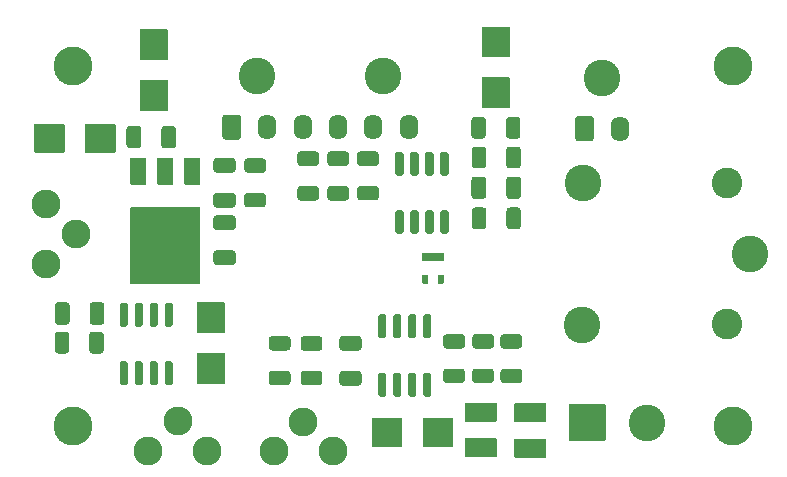
<source format=gbr>
G04 #@! TF.GenerationSoftware,KiCad,Pcbnew,(5.1.8)-1*
G04 #@! TF.CreationDate,2021-04-25T20:11:45+02:00*
G04 #@! TF.ProjectId,FSG_Reference,4653475f-5265-4666-9572-656e63652e6b,rev?*
G04 #@! TF.SameCoordinates,Original*
G04 #@! TF.FileFunction,Soldermask,Top*
G04 #@! TF.FilePolarity,Negative*
%FSLAX46Y46*%
G04 Gerber Fmt 4.6, Leading zero omitted, Abs format (unit mm)*
G04 Created by KiCad (PCBNEW (5.1.8)-1) date 2021-04-25 20:11:45*
%MOMM*%
%LPD*%
G01*
G04 APERTURE LIST*
%ADD10O,1.602000X2.122000*%
%ADD11C,3.102000*%
%ADD12C,2.442000*%
%ADD13C,3.302000*%
%ADD14C,2.602000*%
%ADD15C,0.100000*%
G04 APERTURE END LIST*
G36*
G01*
X98265400Y-161229000D02*
X98665400Y-161229000D01*
G75*
G02*
X98716400Y-161280000I0J-51000D01*
G01*
X98716400Y-161930000D01*
G75*
G02*
X98665400Y-161981000I-51000J0D01*
G01*
X98265400Y-161981000D01*
G75*
G02*
X98214400Y-161930000I0J51000D01*
G01*
X98214400Y-161280000D01*
G75*
G02*
X98265400Y-161229000I51000J0D01*
G01*
G37*
G36*
G01*
X96965400Y-161229000D02*
X97365400Y-161229000D01*
G75*
G02*
X97416400Y-161280000I0J-51000D01*
G01*
X97416400Y-161930000D01*
G75*
G02*
X97365400Y-161981000I-51000J0D01*
G01*
X96965400Y-161981000D01*
G75*
G02*
X96914400Y-161930000I0J51000D01*
G01*
X96914400Y-161280000D01*
G75*
G02*
X96965400Y-161229000I51000J0D01*
G01*
G37*
G36*
G01*
X97615400Y-159329000D02*
X98015400Y-159329000D01*
G75*
G02*
X98066400Y-159380000I0J-51000D01*
G01*
X98066400Y-160030000D01*
G75*
G02*
X98015400Y-160081000I-51000J0D01*
G01*
X97615400Y-160081000D01*
G75*
G02*
X97564400Y-160030000I0J51000D01*
G01*
X97564400Y-159380000D01*
G75*
G02*
X97615400Y-159329000I51000J0D01*
G01*
G37*
G36*
G01*
X96965400Y-159329000D02*
X97365400Y-159329000D01*
G75*
G02*
X97416400Y-159380000I0J-51000D01*
G01*
X97416400Y-160030000D01*
G75*
G02*
X97365400Y-160081000I-51000J0D01*
G01*
X96965400Y-160081000D01*
G75*
G02*
X96914400Y-160030000I0J51000D01*
G01*
X96914400Y-159380000D01*
G75*
G02*
X96965400Y-159329000I51000J0D01*
G01*
G37*
G36*
G01*
X98265400Y-159329000D02*
X98665400Y-159329000D01*
G75*
G02*
X98716400Y-159380000I0J-51000D01*
G01*
X98716400Y-160030000D01*
G75*
G02*
X98665400Y-160081000I-51000J0D01*
G01*
X98265400Y-160081000D01*
G75*
G02*
X98214400Y-160030000I0J51000D01*
G01*
X98214400Y-159380000D01*
G75*
G02*
X98265400Y-159329000I51000J0D01*
G01*
G37*
G36*
G01*
X104745000Y-175094000D02*
X107345000Y-175094000D01*
G75*
G02*
X107396000Y-175145000I0J-51000D01*
G01*
X107396000Y-176645000D01*
G75*
G02*
X107345000Y-176696000I-51000J0D01*
G01*
X104745000Y-176696000D01*
G75*
G02*
X104694000Y-176645000I0J51000D01*
G01*
X104694000Y-175145000D01*
G75*
G02*
X104745000Y-175094000I51000J0D01*
G01*
G37*
G36*
G01*
X104745000Y-172094000D02*
X107345000Y-172094000D01*
G75*
G02*
X107396000Y-172145000I0J-51000D01*
G01*
X107396000Y-173645000D01*
G75*
G02*
X107345000Y-173696000I-51000J0D01*
G01*
X104745000Y-173696000D01*
G75*
G02*
X104694000Y-173645000I0J51000D01*
G01*
X104694000Y-172145000D01*
G75*
G02*
X104745000Y-172094000I51000J0D01*
G01*
G37*
G36*
G01*
X100554000Y-175046000D02*
X103154000Y-175046000D01*
G75*
G02*
X103205000Y-175097000I0J-51000D01*
G01*
X103205000Y-176597000D01*
G75*
G02*
X103154000Y-176648000I-51000J0D01*
G01*
X100554000Y-176648000D01*
G75*
G02*
X100503000Y-176597000I0J51000D01*
G01*
X100503000Y-175097000D01*
G75*
G02*
X100554000Y-175046000I51000J0D01*
G01*
G37*
G36*
G01*
X100554000Y-172046000D02*
X103154000Y-172046000D01*
G75*
G02*
X103205000Y-172097000I0J-51000D01*
G01*
X103205000Y-173597000D01*
G75*
G02*
X103154000Y-173648000I-51000J0D01*
G01*
X100554000Y-173648000D01*
G75*
G02*
X100503000Y-173597000I0J51000D01*
G01*
X100503000Y-172097000D01*
G75*
G02*
X100554000Y-172046000I51000J0D01*
G01*
G37*
G36*
G01*
X72232199Y-155500400D02*
X78032201Y-155500400D01*
G75*
G02*
X78083200Y-155551399I0J-50999D01*
G01*
X78083200Y-161951401D01*
G75*
G02*
X78032201Y-162002400I-50999J0D01*
G01*
X72232199Y-162002400D01*
G75*
G02*
X72181200Y-161951401I0J50999D01*
G01*
X72181200Y-155551399D01*
G75*
G02*
X72232199Y-155500400I50999J0D01*
G01*
G37*
G36*
G01*
X72252199Y-151300400D02*
X73452201Y-151300400D01*
G75*
G02*
X73503200Y-151351399I0J-50999D01*
G01*
X73503200Y-153551401D01*
G75*
G02*
X73452201Y-153602400I-50999J0D01*
G01*
X72252199Y-153602400D01*
G75*
G02*
X72201200Y-153551401I0J50999D01*
G01*
X72201200Y-151351399D01*
G75*
G02*
X72252199Y-151300400I50999J0D01*
G01*
G37*
G36*
G01*
X74532199Y-151300400D02*
X75732201Y-151300400D01*
G75*
G02*
X75783200Y-151351399I0J-50999D01*
G01*
X75783200Y-153551401D01*
G75*
G02*
X75732201Y-153602400I-50999J0D01*
G01*
X74532199Y-153602400D01*
G75*
G02*
X74481200Y-153551401I0J50999D01*
G01*
X74481200Y-151351399D01*
G75*
G02*
X74532199Y-151300400I50999J0D01*
G01*
G37*
G36*
G01*
X76812199Y-151300400D02*
X78012201Y-151300400D01*
G75*
G02*
X78063200Y-151351399I0J-50999D01*
G01*
X78063200Y-153551401D01*
G75*
G02*
X78012201Y-153602400I-50999J0D01*
G01*
X76812199Y-153602400D01*
G75*
G02*
X76761200Y-153551401I0J50999D01*
G01*
X76761200Y-151351399D01*
G75*
G02*
X76812199Y-151300400I50999J0D01*
G01*
G37*
G36*
G01*
X91650265Y-153691500D02*
X92956935Y-153691500D01*
G75*
G02*
X93229600Y-153964165I0J-272665D01*
G01*
X93229600Y-154645835D01*
G75*
G02*
X92956935Y-154918500I-272665J0D01*
G01*
X91650265Y-154918500D01*
G75*
G02*
X91377600Y-154645835I0J272665D01*
G01*
X91377600Y-153964165D01*
G75*
G02*
X91650265Y-153691500I272665J0D01*
G01*
G37*
G36*
G01*
X91650265Y-150766500D02*
X92956935Y-150766500D01*
G75*
G02*
X93229600Y-151039165I0J-272665D01*
G01*
X93229600Y-151720835D01*
G75*
G02*
X92956935Y-151993500I-272665J0D01*
G01*
X91650265Y-151993500D01*
G75*
G02*
X91377600Y-151720835I0J272665D01*
G01*
X91377600Y-151039165D01*
G75*
G02*
X91650265Y-150766500I272665J0D01*
G01*
G37*
D10*
X113641000Y-148846000D03*
G36*
G01*
X109840000Y-149640000D02*
X109840000Y-148052000D01*
G75*
G02*
X110107000Y-147785000I267000J0D01*
G01*
X111175000Y-147785000D01*
G75*
G02*
X111442000Y-148052000I0J-267000D01*
G01*
X111442000Y-149640000D01*
G75*
G02*
X111175000Y-149907000I-267000J0D01*
G01*
X110107000Y-149907000D01*
G75*
G02*
X109840000Y-149640000I0J267000D01*
G01*
G37*
D11*
X112141000Y-144526000D03*
D10*
X95772000Y-148717000D03*
X92772000Y-148717000D03*
X89772000Y-148717000D03*
X86772000Y-148717000D03*
X83772000Y-148717000D03*
G36*
G01*
X79971000Y-149511000D02*
X79971000Y-147923000D01*
G75*
G02*
X80238000Y-147656000I267000J0D01*
G01*
X81306000Y-147656000D01*
G75*
G02*
X81573000Y-147923000I0J-267000D01*
G01*
X81573000Y-149511000D01*
G75*
G02*
X81306000Y-149778000I-267000J0D01*
G01*
X80238000Y-149778000D01*
G75*
G02*
X79971000Y-149511000I0J267000D01*
G01*
G37*
D11*
X93622000Y-144397000D03*
X82922000Y-144397000D03*
G36*
G01*
X80841228Y-152568800D02*
X79483572Y-152568800D01*
G75*
G02*
X79211400Y-152296628I0J272172D01*
G01*
X79211400Y-151588972D01*
G75*
G02*
X79483572Y-151316800I272172J0D01*
G01*
X80841228Y-151316800D01*
G75*
G02*
X81113400Y-151588972I0J-272172D01*
G01*
X81113400Y-152296628D01*
G75*
G02*
X80841228Y-152568800I-272172J0D01*
G01*
G37*
G36*
G01*
X80841228Y-155518800D02*
X79483572Y-155518800D01*
G75*
G02*
X79211400Y-155246628I0J272172D01*
G01*
X79211400Y-154538972D01*
G75*
G02*
X79483572Y-154266800I272172J0D01*
G01*
X80841228Y-154266800D01*
G75*
G02*
X81113400Y-154538972I0J-272172D01*
G01*
X81113400Y-155246628D01*
G75*
G02*
X80841228Y-155518800I-272172J0D01*
G01*
G37*
G36*
G01*
X79483572Y-159140000D02*
X80841228Y-159140000D01*
G75*
G02*
X81113400Y-159412172I0J-272172D01*
G01*
X81113400Y-160119828D01*
G75*
G02*
X80841228Y-160392000I-272172J0D01*
G01*
X79483572Y-160392000D01*
G75*
G02*
X79211400Y-160119828I0J272172D01*
G01*
X79211400Y-159412172D01*
G75*
G02*
X79483572Y-159140000I272172J0D01*
G01*
G37*
G36*
G01*
X79483572Y-156190000D02*
X80841228Y-156190000D01*
G75*
G02*
X81113400Y-156462172I0J-272172D01*
G01*
X81113400Y-157169828D01*
G75*
G02*
X80841228Y-157442000I-272172J0D01*
G01*
X79483572Y-157442000D01*
G75*
G02*
X79211400Y-157169828I0J272172D01*
G01*
X79211400Y-156462172D01*
G75*
G02*
X79483572Y-156190000I272172J0D01*
G01*
G37*
X115951000Y-173736000D03*
G36*
G01*
X109320000Y-175236000D02*
X109320000Y-172236000D01*
G75*
G02*
X109371000Y-172185000I51000J0D01*
G01*
X112371000Y-172185000D01*
G75*
G02*
X112422000Y-172236000I0J-51000D01*
G01*
X112422000Y-175236000D01*
G75*
G02*
X112371000Y-175287000I-51000J0D01*
G01*
X109371000Y-175287000D01*
G75*
G02*
X109320000Y-175236000I0J51000D01*
G01*
G37*
G36*
G01*
X103791465Y-169164100D02*
X105098135Y-169164100D01*
G75*
G02*
X105370800Y-169436765I0J-272665D01*
G01*
X105370800Y-170118435D01*
G75*
G02*
X105098135Y-170391100I-272665J0D01*
G01*
X103791465Y-170391100D01*
G75*
G02*
X103518800Y-170118435I0J272665D01*
G01*
X103518800Y-169436765D01*
G75*
G02*
X103791465Y-169164100I272665J0D01*
G01*
G37*
G36*
G01*
X103791465Y-166239100D02*
X105098135Y-166239100D01*
G75*
G02*
X105370800Y-166511765I0J-272665D01*
G01*
X105370800Y-167193435D01*
G75*
G02*
X105098135Y-167466100I-272665J0D01*
G01*
X103791465Y-167466100D01*
G75*
G02*
X103518800Y-167193435I0J272665D01*
G01*
X103518800Y-166511765D01*
G75*
G02*
X103791465Y-166239100I272665J0D01*
G01*
G37*
D12*
X65087500Y-155257500D03*
X67587500Y-157757500D03*
X65087500Y-160257500D03*
G36*
G01*
X102336500Y-155785265D02*
X102336500Y-157091935D01*
G75*
G02*
X102063835Y-157364600I-272665J0D01*
G01*
X101382165Y-157364600D01*
G75*
G02*
X101109500Y-157091935I0J272665D01*
G01*
X101109500Y-155785265D01*
G75*
G02*
X101382165Y-155512600I272665J0D01*
G01*
X102063835Y-155512600D01*
G75*
G02*
X102336500Y-155785265I0J-272665D01*
G01*
G37*
G36*
G01*
X105261500Y-155785265D02*
X105261500Y-157091935D01*
G75*
G02*
X104988835Y-157364600I-272665J0D01*
G01*
X104307165Y-157364600D01*
G75*
G02*
X104034500Y-157091935I0J272665D01*
G01*
X104034500Y-155785265D01*
G75*
G02*
X104307165Y-155512600I272665J0D01*
G01*
X104988835Y-155512600D01*
G75*
G02*
X105261500Y-155785265I0J-272665D01*
G01*
G37*
G36*
G01*
X104009100Y-151935735D02*
X104009100Y-150629065D01*
G75*
G02*
X104281765Y-150356400I272665J0D01*
G01*
X104963435Y-150356400D01*
G75*
G02*
X105236100Y-150629065I0J-272665D01*
G01*
X105236100Y-151935735D01*
G75*
G02*
X104963435Y-152208400I-272665J0D01*
G01*
X104281765Y-152208400D01*
G75*
G02*
X104009100Y-151935735I0J272665D01*
G01*
G37*
G36*
G01*
X101084100Y-151935735D02*
X101084100Y-150629065D01*
G75*
G02*
X101356765Y-150356400I272665J0D01*
G01*
X102038435Y-150356400D01*
G75*
G02*
X102311100Y-150629065I0J-272665D01*
G01*
X102311100Y-151935735D01*
G75*
G02*
X102038435Y-152208400I-272665J0D01*
G01*
X101356765Y-152208400D01*
G75*
G02*
X101084100Y-151935735I0J272665D01*
G01*
G37*
G36*
G01*
X102289700Y-148114465D02*
X102289700Y-149421135D01*
G75*
G02*
X102017035Y-149693800I-272665J0D01*
G01*
X101335365Y-149693800D01*
G75*
G02*
X101062700Y-149421135I0J272665D01*
G01*
X101062700Y-148114465D01*
G75*
G02*
X101335365Y-147841800I272665J0D01*
G01*
X102017035Y-147841800D01*
G75*
G02*
X102289700Y-148114465I0J-272665D01*
G01*
G37*
G36*
G01*
X105214700Y-148114465D02*
X105214700Y-149421135D01*
G75*
G02*
X104942035Y-149693800I-272665J0D01*
G01*
X104260365Y-149693800D01*
G75*
G02*
X103987700Y-149421135I0J272665D01*
G01*
X103987700Y-148114465D01*
G75*
G02*
X104260365Y-147841800I272665J0D01*
G01*
X104942035Y-147841800D01*
G75*
G02*
X105214700Y-148114465I0J-272665D01*
G01*
G37*
G36*
G01*
X68703100Y-167607535D02*
X68703100Y-166300865D01*
G75*
G02*
X68975765Y-166028200I272665J0D01*
G01*
X69657435Y-166028200D01*
G75*
G02*
X69930100Y-166300865I0J-272665D01*
G01*
X69930100Y-167607535D01*
G75*
G02*
X69657435Y-167880200I-272665J0D01*
G01*
X68975765Y-167880200D01*
G75*
G02*
X68703100Y-167607535I0J272665D01*
G01*
G37*
G36*
G01*
X65778100Y-167607535D02*
X65778100Y-166300865D01*
G75*
G02*
X66050765Y-166028200I272665J0D01*
G01*
X66732435Y-166028200D01*
G75*
G02*
X67005100Y-166300865I0J-272665D01*
G01*
X67005100Y-167607535D01*
G75*
G02*
X66732435Y-167880200I-272665J0D01*
G01*
X66050765Y-167880200D01*
G75*
G02*
X65778100Y-167607535I0J272665D01*
G01*
G37*
G36*
G01*
X86875065Y-169341900D02*
X88181735Y-169341900D01*
G75*
G02*
X88454400Y-169614565I0J-272665D01*
G01*
X88454400Y-170296235D01*
G75*
G02*
X88181735Y-170568900I-272665J0D01*
G01*
X86875065Y-170568900D01*
G75*
G02*
X86602400Y-170296235I0J272665D01*
G01*
X86602400Y-169614565D01*
G75*
G02*
X86875065Y-169341900I272665J0D01*
G01*
G37*
G36*
G01*
X86875065Y-166416900D02*
X88181735Y-166416900D01*
G75*
G02*
X88454400Y-166689565I0J-272665D01*
G01*
X88454400Y-167371235D01*
G75*
G02*
X88181735Y-167643900I-272665J0D01*
G01*
X86875065Y-167643900D01*
G75*
G02*
X86602400Y-167371235I0J272665D01*
G01*
X86602400Y-166689565D01*
G75*
G02*
X86875065Y-166416900I272665J0D01*
G01*
G37*
G36*
G01*
X85476635Y-167627300D02*
X84169965Y-167627300D01*
G75*
G02*
X83897300Y-167354635I0J272665D01*
G01*
X83897300Y-166672965D01*
G75*
G02*
X84169965Y-166400300I272665J0D01*
G01*
X85476635Y-166400300D01*
G75*
G02*
X85749300Y-166672965I0J-272665D01*
G01*
X85749300Y-167354635D01*
G75*
G02*
X85476635Y-167627300I-272665J0D01*
G01*
G37*
G36*
G01*
X85476635Y-170552300D02*
X84169965Y-170552300D01*
G75*
G02*
X83897300Y-170279635I0J272665D01*
G01*
X83897300Y-169597965D01*
G75*
G02*
X84169965Y-169325300I272665J0D01*
G01*
X85476635Y-169325300D01*
G75*
G02*
X85749300Y-169597965I0J-272665D01*
G01*
X85749300Y-170279635D01*
G75*
G02*
X85476635Y-170552300I-272665J0D01*
G01*
G37*
G36*
G01*
X90442335Y-151997500D02*
X89135665Y-151997500D01*
G75*
G02*
X88863000Y-151724835I0J272665D01*
G01*
X88863000Y-151043165D01*
G75*
G02*
X89135665Y-150770500I272665J0D01*
G01*
X90442335Y-150770500D01*
G75*
G02*
X90715000Y-151043165I0J-272665D01*
G01*
X90715000Y-151724835D01*
G75*
G02*
X90442335Y-151997500I-272665J0D01*
G01*
G37*
G36*
G01*
X90442335Y-154922500D02*
X89135665Y-154922500D01*
G75*
G02*
X88863000Y-154649835I0J272665D01*
G01*
X88863000Y-153968165D01*
G75*
G02*
X89135665Y-153695500I272665J0D01*
G01*
X90442335Y-153695500D01*
G75*
G02*
X90715000Y-153968165I0J-272665D01*
G01*
X90715000Y-154649835D01*
G75*
G02*
X90442335Y-154922500I-272665J0D01*
G01*
G37*
G36*
G01*
X87902335Y-151997500D02*
X86595665Y-151997500D01*
G75*
G02*
X86323000Y-151724835I0J272665D01*
G01*
X86323000Y-151043165D01*
G75*
G02*
X86595665Y-150770500I272665J0D01*
G01*
X87902335Y-150770500D01*
G75*
G02*
X88175000Y-151043165I0J-272665D01*
G01*
X88175000Y-151724835D01*
G75*
G02*
X87902335Y-151997500I-272665J0D01*
G01*
G37*
G36*
G01*
X87902335Y-154922500D02*
X86595665Y-154922500D01*
G75*
G02*
X86323000Y-154649835I0J272665D01*
G01*
X86323000Y-153968165D01*
G75*
G02*
X86595665Y-153695500I272665J0D01*
G01*
X87902335Y-153695500D01*
G75*
G02*
X88175000Y-153968165I0J-272665D01*
G01*
X88175000Y-154649835D01*
G75*
G02*
X87902335Y-154922500I-272665J0D01*
G01*
G37*
G36*
G01*
X74812000Y-150234028D02*
X74812000Y-148876372D01*
G75*
G02*
X75084172Y-148604200I272172J0D01*
G01*
X75791828Y-148604200D01*
G75*
G02*
X76064000Y-148876372I0J-272172D01*
G01*
X76064000Y-150234028D01*
G75*
G02*
X75791828Y-150506200I-272172J0D01*
G01*
X75084172Y-150506200D01*
G75*
G02*
X74812000Y-150234028I0J272172D01*
G01*
G37*
G36*
G01*
X71862000Y-150234028D02*
X71862000Y-148876372D01*
G75*
G02*
X72134172Y-148604200I272172J0D01*
G01*
X72841828Y-148604200D01*
G75*
G02*
X73114000Y-148876372I0J-272172D01*
G01*
X73114000Y-150234028D01*
G75*
G02*
X72841828Y-150506200I-272172J0D01*
G01*
X72134172Y-150506200D01*
G75*
G02*
X71862000Y-150234028I0J272172D01*
G01*
G37*
G36*
G01*
X104022000Y-154526628D02*
X104022000Y-153168972D01*
G75*
G02*
X104294172Y-152896800I272172J0D01*
G01*
X105001828Y-152896800D01*
G75*
G02*
X105274000Y-153168972I0J-272172D01*
G01*
X105274000Y-154526628D01*
G75*
G02*
X105001828Y-154798800I-272172J0D01*
G01*
X104294172Y-154798800D01*
G75*
G02*
X104022000Y-154526628I0J272172D01*
G01*
G37*
G36*
G01*
X101072000Y-154526628D02*
X101072000Y-153168972D01*
G75*
G02*
X101344172Y-152896800I272172J0D01*
G01*
X102051828Y-152896800D01*
G75*
G02*
X102324000Y-153168972I0J-272172D01*
G01*
X102324000Y-154526628D01*
G75*
G02*
X102051828Y-154798800I-272172J0D01*
G01*
X101344172Y-154798800D01*
G75*
G02*
X101072000Y-154526628I0J272172D01*
G01*
G37*
G36*
G01*
X67043400Y-163811572D02*
X67043400Y-165169228D01*
G75*
G02*
X66771228Y-165441400I-272172J0D01*
G01*
X66063572Y-165441400D01*
G75*
G02*
X65791400Y-165169228I0J272172D01*
G01*
X65791400Y-163811572D01*
G75*
G02*
X66063572Y-163539400I272172J0D01*
G01*
X66771228Y-163539400D01*
G75*
G02*
X67043400Y-163811572I0J-272172D01*
G01*
G37*
G36*
G01*
X69993400Y-163811572D02*
X69993400Y-165169228D01*
G75*
G02*
X69721228Y-165441400I-272172J0D01*
G01*
X69013572Y-165441400D01*
G75*
G02*
X68741400Y-165169228I0J272172D01*
G01*
X68741400Y-163811572D01*
G75*
G02*
X69013572Y-163539400I272172J0D01*
G01*
X69721228Y-163539400D01*
G75*
G02*
X69993400Y-163811572I0J-272172D01*
G01*
G37*
G36*
G01*
X90151572Y-169350800D02*
X91509228Y-169350800D01*
G75*
G02*
X91781400Y-169622972I0J-272172D01*
G01*
X91781400Y-170330628D01*
G75*
G02*
X91509228Y-170602800I-272172J0D01*
G01*
X90151572Y-170602800D01*
G75*
G02*
X89879400Y-170330628I0J272172D01*
G01*
X89879400Y-169622972D01*
G75*
G02*
X90151572Y-169350800I272172J0D01*
G01*
G37*
G36*
G01*
X90151572Y-166400800D02*
X91509228Y-166400800D01*
G75*
G02*
X91781400Y-166672972I0J-272172D01*
G01*
X91781400Y-167380628D01*
G75*
G02*
X91509228Y-167652800I-272172J0D01*
G01*
X90151572Y-167652800D01*
G75*
G02*
X89879400Y-167380628I0J272172D01*
G01*
X89879400Y-166672972D01*
G75*
G02*
X90151572Y-166400800I272172J0D01*
G01*
G37*
G36*
G01*
X98605100Y-155728600D02*
X98956100Y-155728600D01*
G75*
G02*
X99131600Y-155904100I0J-175500D01*
G01*
X99131600Y-157605100D01*
G75*
G02*
X98956100Y-157780600I-175500J0D01*
G01*
X98605100Y-157780600D01*
G75*
G02*
X98429600Y-157605100I0J175500D01*
G01*
X98429600Y-155904100D01*
G75*
G02*
X98605100Y-155728600I175500J0D01*
G01*
G37*
G36*
G01*
X97335100Y-155728600D02*
X97686100Y-155728600D01*
G75*
G02*
X97861600Y-155904100I0J-175500D01*
G01*
X97861600Y-157605100D01*
G75*
G02*
X97686100Y-157780600I-175500J0D01*
G01*
X97335100Y-157780600D01*
G75*
G02*
X97159600Y-157605100I0J175500D01*
G01*
X97159600Y-155904100D01*
G75*
G02*
X97335100Y-155728600I175500J0D01*
G01*
G37*
G36*
G01*
X96065100Y-155728600D02*
X96416100Y-155728600D01*
G75*
G02*
X96591600Y-155904100I0J-175500D01*
G01*
X96591600Y-157605100D01*
G75*
G02*
X96416100Y-157780600I-175500J0D01*
G01*
X96065100Y-157780600D01*
G75*
G02*
X95889600Y-157605100I0J175500D01*
G01*
X95889600Y-155904100D01*
G75*
G02*
X96065100Y-155728600I175500J0D01*
G01*
G37*
G36*
G01*
X94795100Y-155728600D02*
X95146100Y-155728600D01*
G75*
G02*
X95321600Y-155904100I0J-175500D01*
G01*
X95321600Y-157605100D01*
G75*
G02*
X95146100Y-157780600I-175500J0D01*
G01*
X94795100Y-157780600D01*
G75*
G02*
X94619600Y-157605100I0J175500D01*
G01*
X94619600Y-155904100D01*
G75*
G02*
X94795100Y-155728600I175500J0D01*
G01*
G37*
G36*
G01*
X94795100Y-150778600D02*
X95146100Y-150778600D01*
G75*
G02*
X95321600Y-150954100I0J-175500D01*
G01*
X95321600Y-152655100D01*
G75*
G02*
X95146100Y-152830600I-175500J0D01*
G01*
X94795100Y-152830600D01*
G75*
G02*
X94619600Y-152655100I0J175500D01*
G01*
X94619600Y-150954100D01*
G75*
G02*
X94795100Y-150778600I175500J0D01*
G01*
G37*
G36*
G01*
X96065100Y-150778600D02*
X96416100Y-150778600D01*
G75*
G02*
X96591600Y-150954100I0J-175500D01*
G01*
X96591600Y-152655100D01*
G75*
G02*
X96416100Y-152830600I-175500J0D01*
G01*
X96065100Y-152830600D01*
G75*
G02*
X95889600Y-152655100I0J175500D01*
G01*
X95889600Y-150954100D01*
G75*
G02*
X96065100Y-150778600I175500J0D01*
G01*
G37*
G36*
G01*
X97335100Y-150778600D02*
X97686100Y-150778600D01*
G75*
G02*
X97861600Y-150954100I0J-175500D01*
G01*
X97861600Y-152655100D01*
G75*
G02*
X97686100Y-152830600I-175500J0D01*
G01*
X97335100Y-152830600D01*
G75*
G02*
X97159600Y-152655100I0J175500D01*
G01*
X97159600Y-150954100D01*
G75*
G02*
X97335100Y-150778600I175500J0D01*
G01*
G37*
G36*
G01*
X98605100Y-150778600D02*
X98956100Y-150778600D01*
G75*
G02*
X99131600Y-150954100I0J-175500D01*
G01*
X99131600Y-152655100D01*
G75*
G02*
X98956100Y-152830600I-175500J0D01*
G01*
X98605100Y-152830600D01*
G75*
G02*
X98429600Y-152655100I0J175500D01*
G01*
X98429600Y-150954100D01*
G75*
G02*
X98605100Y-150778600I175500J0D01*
G01*
G37*
G36*
G01*
X71803500Y-165618000D02*
X71452500Y-165618000D01*
G75*
G02*
X71277000Y-165442500I0J175500D01*
G01*
X71277000Y-163741500D01*
G75*
G02*
X71452500Y-163566000I175500J0D01*
G01*
X71803500Y-163566000D01*
G75*
G02*
X71979000Y-163741500I0J-175500D01*
G01*
X71979000Y-165442500D01*
G75*
G02*
X71803500Y-165618000I-175500J0D01*
G01*
G37*
G36*
G01*
X73073500Y-165618000D02*
X72722500Y-165618000D01*
G75*
G02*
X72547000Y-165442500I0J175500D01*
G01*
X72547000Y-163741500D01*
G75*
G02*
X72722500Y-163566000I175500J0D01*
G01*
X73073500Y-163566000D01*
G75*
G02*
X73249000Y-163741500I0J-175500D01*
G01*
X73249000Y-165442500D01*
G75*
G02*
X73073500Y-165618000I-175500J0D01*
G01*
G37*
G36*
G01*
X74343500Y-165618000D02*
X73992500Y-165618000D01*
G75*
G02*
X73817000Y-165442500I0J175500D01*
G01*
X73817000Y-163741500D01*
G75*
G02*
X73992500Y-163566000I175500J0D01*
G01*
X74343500Y-163566000D01*
G75*
G02*
X74519000Y-163741500I0J-175500D01*
G01*
X74519000Y-165442500D01*
G75*
G02*
X74343500Y-165618000I-175500J0D01*
G01*
G37*
G36*
G01*
X75613500Y-165618000D02*
X75262500Y-165618000D01*
G75*
G02*
X75087000Y-165442500I0J175500D01*
G01*
X75087000Y-163741500D01*
G75*
G02*
X75262500Y-163566000I175500J0D01*
G01*
X75613500Y-163566000D01*
G75*
G02*
X75789000Y-163741500I0J-175500D01*
G01*
X75789000Y-165442500D01*
G75*
G02*
X75613500Y-165618000I-175500J0D01*
G01*
G37*
G36*
G01*
X75613500Y-170568000D02*
X75262500Y-170568000D01*
G75*
G02*
X75087000Y-170392500I0J175500D01*
G01*
X75087000Y-168691500D01*
G75*
G02*
X75262500Y-168516000I175500J0D01*
G01*
X75613500Y-168516000D01*
G75*
G02*
X75789000Y-168691500I0J-175500D01*
G01*
X75789000Y-170392500D01*
G75*
G02*
X75613500Y-170568000I-175500J0D01*
G01*
G37*
G36*
G01*
X74343500Y-170568000D02*
X73992500Y-170568000D01*
G75*
G02*
X73817000Y-170392500I0J175500D01*
G01*
X73817000Y-168691500D01*
G75*
G02*
X73992500Y-168516000I175500J0D01*
G01*
X74343500Y-168516000D01*
G75*
G02*
X74519000Y-168691500I0J-175500D01*
G01*
X74519000Y-170392500D01*
G75*
G02*
X74343500Y-170568000I-175500J0D01*
G01*
G37*
G36*
G01*
X73073500Y-170568000D02*
X72722500Y-170568000D01*
G75*
G02*
X72547000Y-170392500I0J175500D01*
G01*
X72547000Y-168691500D01*
G75*
G02*
X72722500Y-168516000I175500J0D01*
G01*
X73073500Y-168516000D01*
G75*
G02*
X73249000Y-168691500I0J-175500D01*
G01*
X73249000Y-170392500D01*
G75*
G02*
X73073500Y-170568000I-175500J0D01*
G01*
G37*
G36*
G01*
X71803500Y-170568000D02*
X71452500Y-170568000D01*
G75*
G02*
X71277000Y-170392500I0J175500D01*
G01*
X71277000Y-168691500D01*
G75*
G02*
X71452500Y-168516000I175500J0D01*
G01*
X71803500Y-168516000D01*
G75*
G02*
X71979000Y-168691500I0J-175500D01*
G01*
X71979000Y-170392500D01*
G75*
G02*
X71803500Y-170568000I-175500J0D01*
G01*
G37*
D13*
X123190000Y-173990000D03*
X123190000Y-143510000D03*
X67310000Y-173990000D03*
X67310000Y-143510000D03*
G36*
G01*
X93698300Y-166597400D02*
X93347300Y-166597400D01*
G75*
G02*
X93171800Y-166421900I0J175500D01*
G01*
X93171800Y-164720900D01*
G75*
G02*
X93347300Y-164545400I175500J0D01*
G01*
X93698300Y-164545400D01*
G75*
G02*
X93873800Y-164720900I0J-175500D01*
G01*
X93873800Y-166421900D01*
G75*
G02*
X93698300Y-166597400I-175500J0D01*
G01*
G37*
G36*
G01*
X94968300Y-166597400D02*
X94617300Y-166597400D01*
G75*
G02*
X94441800Y-166421900I0J175500D01*
G01*
X94441800Y-164720900D01*
G75*
G02*
X94617300Y-164545400I175500J0D01*
G01*
X94968300Y-164545400D01*
G75*
G02*
X95143800Y-164720900I0J-175500D01*
G01*
X95143800Y-166421900D01*
G75*
G02*
X94968300Y-166597400I-175500J0D01*
G01*
G37*
G36*
G01*
X96238300Y-166597400D02*
X95887300Y-166597400D01*
G75*
G02*
X95711800Y-166421900I0J175500D01*
G01*
X95711800Y-164720900D01*
G75*
G02*
X95887300Y-164545400I175500J0D01*
G01*
X96238300Y-164545400D01*
G75*
G02*
X96413800Y-164720900I0J-175500D01*
G01*
X96413800Y-166421900D01*
G75*
G02*
X96238300Y-166597400I-175500J0D01*
G01*
G37*
G36*
G01*
X97508300Y-166597400D02*
X97157300Y-166597400D01*
G75*
G02*
X96981800Y-166421900I0J175500D01*
G01*
X96981800Y-164720900D01*
G75*
G02*
X97157300Y-164545400I175500J0D01*
G01*
X97508300Y-164545400D01*
G75*
G02*
X97683800Y-164720900I0J-175500D01*
G01*
X97683800Y-166421900D01*
G75*
G02*
X97508300Y-166597400I-175500J0D01*
G01*
G37*
G36*
G01*
X97508300Y-171547400D02*
X97157300Y-171547400D01*
G75*
G02*
X96981800Y-171371900I0J175500D01*
G01*
X96981800Y-169670900D01*
G75*
G02*
X97157300Y-169495400I175500J0D01*
G01*
X97508300Y-169495400D01*
G75*
G02*
X97683800Y-169670900I0J-175500D01*
G01*
X97683800Y-171371900D01*
G75*
G02*
X97508300Y-171547400I-175500J0D01*
G01*
G37*
G36*
G01*
X96238300Y-171547400D02*
X95887300Y-171547400D01*
G75*
G02*
X95711800Y-171371900I0J175500D01*
G01*
X95711800Y-169670900D01*
G75*
G02*
X95887300Y-169495400I175500J0D01*
G01*
X96238300Y-169495400D01*
G75*
G02*
X96413800Y-169670900I0J-175500D01*
G01*
X96413800Y-171371900D01*
G75*
G02*
X96238300Y-171547400I-175500J0D01*
G01*
G37*
G36*
G01*
X94968300Y-171547400D02*
X94617300Y-171547400D01*
G75*
G02*
X94441800Y-171371900I0J175500D01*
G01*
X94441800Y-169670900D01*
G75*
G02*
X94617300Y-169495400I175500J0D01*
G01*
X94968300Y-169495400D01*
G75*
G02*
X95143800Y-169670900I0J-175500D01*
G01*
X95143800Y-171371900D01*
G75*
G02*
X94968300Y-171547400I-175500J0D01*
G01*
G37*
G36*
G01*
X93698300Y-171547400D02*
X93347300Y-171547400D01*
G75*
G02*
X93171800Y-171371900I0J175500D01*
G01*
X93171800Y-169670900D01*
G75*
G02*
X93347300Y-169495400I175500J0D01*
G01*
X93698300Y-169495400D01*
G75*
G02*
X93873800Y-169670900I0J-175500D01*
G01*
X93873800Y-171371900D01*
G75*
G02*
X93698300Y-171547400I-175500J0D01*
G01*
G37*
D12*
X84328000Y-176149000D03*
X86828000Y-173649000D03*
X89328000Y-176149000D03*
G36*
G01*
X101403865Y-169160100D02*
X102710535Y-169160100D01*
G75*
G02*
X102983200Y-169432765I0J-272665D01*
G01*
X102983200Y-170114435D01*
G75*
G02*
X102710535Y-170387100I-272665J0D01*
G01*
X101403865Y-170387100D01*
G75*
G02*
X101131200Y-170114435I0J272665D01*
G01*
X101131200Y-169432765D01*
G75*
G02*
X101403865Y-169160100I272665J0D01*
G01*
G37*
G36*
G01*
X101403865Y-166235100D02*
X102710535Y-166235100D01*
G75*
G02*
X102983200Y-166507765I0J-272665D01*
G01*
X102983200Y-167189435D01*
G75*
G02*
X102710535Y-167462100I-272665J0D01*
G01*
X101403865Y-167462100D01*
G75*
G02*
X101131200Y-167189435I0J272665D01*
G01*
X101131200Y-166507765D01*
G75*
G02*
X101403865Y-166235100I272665J0D01*
G01*
G37*
G36*
G01*
X98940065Y-169164100D02*
X100246735Y-169164100D01*
G75*
G02*
X100519400Y-169436765I0J-272665D01*
G01*
X100519400Y-170118435D01*
G75*
G02*
X100246735Y-170391100I-272665J0D01*
G01*
X98940065Y-170391100D01*
G75*
G02*
X98667400Y-170118435I0J272665D01*
G01*
X98667400Y-169436765D01*
G75*
G02*
X98940065Y-169164100I272665J0D01*
G01*
G37*
G36*
G01*
X98940065Y-166239100D02*
X100246735Y-166239100D01*
G75*
G02*
X100519400Y-166511765I0J-272665D01*
G01*
X100519400Y-167193435D01*
G75*
G02*
X100246735Y-167466100I-272665J0D01*
G01*
X98940065Y-167466100D01*
G75*
G02*
X98667400Y-167193435I0J272665D01*
G01*
X98667400Y-166511765D01*
G75*
G02*
X98940065Y-166239100I272665J0D01*
G01*
G37*
D11*
X124640000Y-159466000D03*
D14*
X122690000Y-165416000D03*
D11*
X110440000Y-165466000D03*
X110490000Y-153416000D03*
D14*
X122690000Y-153416000D03*
G36*
G01*
X66642500Y-148519500D02*
X66642500Y-150819500D01*
G75*
G02*
X66591500Y-150870500I-51000J0D01*
G01*
X64091500Y-150870500D01*
G75*
G02*
X64040500Y-150819500I0J51000D01*
G01*
X64040500Y-148519500D01*
G75*
G02*
X64091500Y-148468500I51000J0D01*
G01*
X66591500Y-148468500D01*
G75*
G02*
X66642500Y-148519500I0J-51000D01*
G01*
G37*
G36*
G01*
X70942500Y-148519500D02*
X70942500Y-150819500D01*
G75*
G02*
X70891500Y-150870500I-51000J0D01*
G01*
X68391500Y-150870500D01*
G75*
G02*
X68340500Y-150819500I0J51000D01*
G01*
X68340500Y-148519500D01*
G75*
G02*
X68391500Y-148468500I51000J0D01*
G01*
X70891500Y-148468500D01*
G75*
G02*
X70942500Y-148519500I0J-51000D01*
G01*
G37*
G36*
G01*
X75318000Y-143033000D02*
X73018000Y-143033000D01*
G75*
G02*
X72967000Y-142982000I0J51000D01*
G01*
X72967000Y-140482000D01*
G75*
G02*
X73018000Y-140431000I51000J0D01*
G01*
X75318000Y-140431000D01*
G75*
G02*
X75369000Y-140482000I0J-51000D01*
G01*
X75369000Y-142982000D01*
G75*
G02*
X75318000Y-143033000I-51000J0D01*
G01*
G37*
G36*
G01*
X75318000Y-147333000D02*
X73018000Y-147333000D01*
G75*
G02*
X72967000Y-147282000I0J51000D01*
G01*
X72967000Y-144782000D01*
G75*
G02*
X73018000Y-144731000I51000J0D01*
G01*
X75318000Y-144731000D01*
G75*
G02*
X75369000Y-144782000I0J-51000D01*
G01*
X75369000Y-147282000D01*
G75*
G02*
X75318000Y-147333000I-51000J0D01*
G01*
G37*
G36*
G01*
X104274000Y-142804400D02*
X101974000Y-142804400D01*
G75*
G02*
X101923000Y-142753400I0J51000D01*
G01*
X101923000Y-140253400D01*
G75*
G02*
X101974000Y-140202400I51000J0D01*
G01*
X104274000Y-140202400D01*
G75*
G02*
X104325000Y-140253400I0J-51000D01*
G01*
X104325000Y-142753400D01*
G75*
G02*
X104274000Y-142804400I-51000J0D01*
G01*
G37*
G36*
G01*
X104274000Y-147104400D02*
X101974000Y-147104400D01*
G75*
G02*
X101923000Y-147053400I0J51000D01*
G01*
X101923000Y-144553400D01*
G75*
G02*
X101974000Y-144502400I51000J0D01*
G01*
X104274000Y-144502400D01*
G75*
G02*
X104325000Y-144553400I0J-51000D01*
G01*
X104325000Y-147053400D01*
G75*
G02*
X104274000Y-147104400I-51000J0D01*
G01*
G37*
G36*
G01*
X96928200Y-175724200D02*
X96928200Y-173424200D01*
G75*
G02*
X96979200Y-173373200I51000J0D01*
G01*
X99479200Y-173373200D01*
G75*
G02*
X99530200Y-173424200I0J-51000D01*
G01*
X99530200Y-175724200D01*
G75*
G02*
X99479200Y-175775200I-51000J0D01*
G01*
X96979200Y-175775200D01*
G75*
G02*
X96928200Y-175724200I0J51000D01*
G01*
G37*
G36*
G01*
X92628200Y-175724200D02*
X92628200Y-173424200D01*
G75*
G02*
X92679200Y-173373200I51000J0D01*
G01*
X95179200Y-173373200D01*
G75*
G02*
X95230200Y-173424200I0J-51000D01*
G01*
X95230200Y-175724200D01*
G75*
G02*
X95179200Y-175775200I-51000J0D01*
G01*
X92679200Y-175775200D01*
G75*
G02*
X92628200Y-175724200I0J51000D01*
G01*
G37*
D12*
X73700000Y-176109000D03*
X76200000Y-173609000D03*
X78700000Y-176109000D03*
G36*
G01*
X82099865Y-154275700D02*
X83406535Y-154275700D01*
G75*
G02*
X83679200Y-154548365I0J-272665D01*
G01*
X83679200Y-155230035D01*
G75*
G02*
X83406535Y-155502700I-272665J0D01*
G01*
X82099865Y-155502700D01*
G75*
G02*
X81827200Y-155230035I0J272665D01*
G01*
X81827200Y-154548365D01*
G75*
G02*
X82099865Y-154275700I272665J0D01*
G01*
G37*
G36*
G01*
X82099865Y-151350700D02*
X83406535Y-151350700D01*
G75*
G02*
X83679200Y-151623365I0J-272665D01*
G01*
X83679200Y-152305035D01*
G75*
G02*
X83406535Y-152577700I-272665J0D01*
G01*
X82099865Y-152577700D01*
G75*
G02*
X81827200Y-152305035I0J272665D01*
G01*
X81827200Y-151623365D01*
G75*
G02*
X82099865Y-151350700I272665J0D01*
G01*
G37*
G36*
G01*
X77844000Y-167845000D02*
X80144000Y-167845000D01*
G75*
G02*
X80195000Y-167896000I0J-51000D01*
G01*
X80195000Y-170396000D01*
G75*
G02*
X80144000Y-170447000I-51000J0D01*
G01*
X77844000Y-170447000D01*
G75*
G02*
X77793000Y-170396000I0J51000D01*
G01*
X77793000Y-167896000D01*
G75*
G02*
X77844000Y-167845000I51000J0D01*
G01*
G37*
G36*
G01*
X77844000Y-163545000D02*
X80144000Y-163545000D01*
G75*
G02*
X80195000Y-163596000I0J-51000D01*
G01*
X80195000Y-166096000D01*
G75*
G02*
X80144000Y-166147000I-51000J0D01*
G01*
X77844000Y-166147000D01*
G75*
G02*
X77793000Y-166096000I0J51000D01*
G01*
X77793000Y-163596000D01*
G75*
G02*
X77844000Y-163545000I51000J0D01*
G01*
G37*
D15*
G36*
X98216132Y-159328000D02*
G01*
X98216400Y-159329000D01*
X98216400Y-160081000D01*
X98215400Y-160082732D01*
X98214400Y-160083000D01*
X98066400Y-160083000D01*
X98064668Y-160082000D01*
X98064400Y-160081000D01*
X98064400Y-159331000D01*
X97566400Y-159331000D01*
X97566400Y-160081000D01*
X97565400Y-160082732D01*
X97564400Y-160083000D01*
X97416400Y-160083000D01*
X97414668Y-160082000D01*
X97414400Y-160081000D01*
X97414400Y-159329000D01*
X97415400Y-159327268D01*
X97416400Y-159327000D01*
X98214400Y-159327000D01*
X98216132Y-159328000D01*
G37*
M02*

</source>
